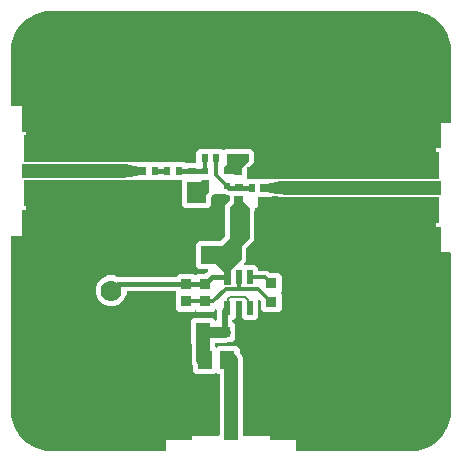
<source format=gbr>
G04 EAGLE Gerber RS-274X export*
G75*
%MOMM*%
%FSLAX34Y34*%
%LPD*%
%INTop Copper*%
%IPPOS*%
%AMOC8*
5,1,8,0,0,1.08239X$1,22.5*%
G01*
%ADD10R,0.600000X0.700000*%
%ADD11R,0.700000X0.600000*%
%ADD12R,0.550000X0.800000*%
%ADD13R,0.550000X0.600000*%
%ADD14R,5.080000X1.143000*%
%ADD15R,5.080000X2.286000*%
%ADD16R,0.950000X0.950000*%
%ADD17R,1.300000X1.500000*%
%ADD18R,0.550000X1.200000*%
%ADD19R,1.143000X5.080000*%
%ADD20R,2.286000X5.080000*%
%ADD21C,5.842000*%
%ADD22C,1.778000*%
%ADD23C,0.706400*%
%ADD24C,0.406400*%
%ADD25C,0.304800*%
%ADD26C,1.143000*%
%ADD27C,0.152400*%
%ADD28C,0.203200*%
%ADD29C,0.508000*%
%ADD30C,0.965200*%

G36*
X229095Y234366D02*
X229095Y234366D01*
X229108Y234364D01*
X229698Y234457D01*
X229721Y234472D01*
X229772Y234498D01*
X229835Y234567D01*
X230654Y234610D01*
X230660Y234613D01*
X230667Y234612D01*
X231477Y234740D01*
X231553Y234686D01*
X231579Y234679D01*
X231633Y234662D01*
X232521Y234708D01*
X232526Y234711D01*
X232604Y234745D01*
X232619Y234760D01*
X233503Y234760D01*
X233506Y234762D01*
X233509Y234760D01*
X234392Y234807D01*
X234407Y234793D01*
X234408Y234793D01*
X234413Y234791D01*
X234492Y234760D01*
X366141Y234760D01*
X366143Y234761D01*
X366145Y234760D01*
X366188Y234780D01*
X366232Y234799D01*
X366232Y234801D01*
X366234Y234802D01*
X366267Y234886D01*
X366267Y257112D01*
X366266Y257114D01*
X366267Y257116D01*
X366247Y257159D01*
X366229Y257202D01*
X366227Y257203D01*
X366226Y257205D01*
X366141Y257238D01*
X364235Y257238D01*
X364235Y279496D01*
X366616Y281877D01*
X375920Y281877D01*
X375978Y281885D01*
X376036Y281884D01*
X376118Y281905D01*
X376202Y281917D01*
X376255Y281941D01*
X376311Y281956D01*
X376384Y281999D01*
X376461Y282033D01*
X376506Y282071D01*
X376556Y282101D01*
X376614Y282163D01*
X376678Y282217D01*
X376710Y282266D01*
X376750Y282308D01*
X376789Y282383D01*
X376836Y282454D01*
X376853Y282509D01*
X376880Y282561D01*
X376891Y282629D01*
X376921Y282725D01*
X376924Y282824D01*
X376935Y282892D01*
X376935Y342900D01*
X376930Y342937D01*
X376933Y342966D01*
X376651Y347276D01*
X376643Y347313D01*
X376644Y347336D01*
X376624Y347410D01*
X376618Y347473D01*
X374387Y355799D01*
X374306Y355991D01*
X374286Y356044D01*
X369976Y363509D01*
X369847Y363673D01*
X369814Y363719D01*
X363719Y369814D01*
X363553Y369940D01*
X363509Y369976D01*
X356044Y374286D01*
X355851Y374364D01*
X355799Y374387D01*
X347473Y376618D01*
X347351Y376633D01*
X347276Y376651D01*
X342966Y376933D01*
X342930Y376930D01*
X342900Y376935D01*
X38100Y376935D01*
X38063Y376930D01*
X38034Y376933D01*
X33724Y376651D01*
X33604Y376625D01*
X33527Y376618D01*
X25201Y374387D01*
X25009Y374306D01*
X24956Y374286D01*
X17491Y369976D01*
X17327Y369847D01*
X17281Y369814D01*
X11186Y363719D01*
X11060Y363553D01*
X11024Y363509D01*
X6714Y356044D01*
X6636Y355851D01*
X6613Y355799D01*
X4382Y347473D01*
X4376Y347427D01*
X4364Y347387D01*
X4362Y347331D01*
X4349Y347276D01*
X4067Y342966D01*
X4070Y342930D01*
X4065Y342900D01*
X4065Y297180D01*
X4073Y297122D01*
X4071Y297064D01*
X4093Y296982D01*
X4105Y296898D01*
X4128Y296845D01*
X4143Y296789D01*
X4186Y296716D01*
X4221Y296639D01*
X4259Y296594D01*
X4288Y296544D01*
X4350Y296486D01*
X4404Y296422D01*
X4453Y296390D01*
X4496Y296350D01*
X4571Y296311D01*
X4641Y296264D01*
X4697Y296247D01*
X4749Y296220D01*
X4817Y296209D01*
X4912Y296179D01*
X5012Y296176D01*
X5080Y296165D01*
X14384Y296165D01*
X16765Y293784D01*
X16765Y271525D01*
X14859Y271525D01*
X14857Y271524D01*
X14855Y271525D01*
X14812Y271505D01*
X14768Y271487D01*
X14768Y271485D01*
X14766Y271484D01*
X14733Y271399D01*
X14733Y249174D01*
X14734Y249172D01*
X14733Y249170D01*
X14753Y249127D01*
X14771Y249083D01*
X14773Y249083D01*
X14774Y249081D01*
X14859Y249048D01*
X98883Y249048D01*
X98888Y249050D01*
X98967Y249080D01*
X98983Y249094D01*
X99866Y249048D01*
X99869Y249049D01*
X99872Y249048D01*
X100756Y249048D01*
X100771Y249033D01*
X100777Y249030D01*
X100854Y248996D01*
X101742Y248949D01*
X101754Y248954D01*
X101755Y248954D01*
X101758Y248955D01*
X101767Y248958D01*
X101822Y248973D01*
X101898Y249028D01*
X102708Y248899D01*
X102714Y248901D01*
X102721Y248898D01*
X103540Y248855D01*
X103603Y248785D01*
X103627Y248774D01*
X103677Y248745D01*
X103746Y248734D01*
X103757Y248737D01*
X103770Y248733D01*
X112644Y249010D01*
X113219Y248887D01*
X113354Y248878D01*
X113431Y248865D01*
X130347Y248865D01*
X130411Y248827D01*
X130478Y248777D01*
X130533Y248756D01*
X130583Y248726D01*
X130665Y248705D01*
X130744Y248675D01*
X130802Y248671D01*
X130859Y248656D01*
X130943Y248659D01*
X131027Y248652D01*
X131084Y248663D01*
X131143Y248665D01*
X131223Y248691D01*
X131306Y248708D01*
X131358Y248735D01*
X131413Y248753D01*
X131469Y248793D01*
X131558Y248839D01*
X131585Y248865D01*
X150971Y248865D01*
X151411Y248425D01*
X151481Y248372D01*
X151545Y248312D01*
X151594Y248287D01*
X151639Y248254D01*
X151720Y248223D01*
X151798Y248183D01*
X151846Y248175D01*
X151904Y248152D01*
X152052Y248140D01*
X152129Y248127D01*
X159958Y248127D01*
X160015Y248135D01*
X160074Y248134D01*
X160155Y248155D01*
X160239Y248167D01*
X160292Y248191D01*
X160349Y248206D01*
X160421Y248249D01*
X160498Y248283D01*
X160543Y248321D01*
X160593Y248351D01*
X160651Y248413D01*
X160715Y248467D01*
X160748Y248516D01*
X160788Y248558D01*
X160826Y248633D01*
X160873Y248704D01*
X160891Y248759D01*
X160917Y248811D01*
X160929Y248879D01*
X160959Y248975D01*
X160961Y249074D01*
X160973Y249142D01*
X160973Y257596D01*
X163354Y259977D01*
X182721Y259977D01*
X183504Y259194D01*
X183551Y259159D01*
X183591Y259117D01*
X183664Y259074D01*
X183732Y259023D01*
X183786Y259002D01*
X183837Y258973D01*
X183918Y258952D01*
X183997Y258922D01*
X184056Y258917D01*
X184112Y258903D01*
X184196Y258905D01*
X184280Y258898D01*
X184338Y258910D01*
X184396Y258912D01*
X184477Y258938D01*
X184559Y258954D01*
X184611Y258981D01*
X184667Y258999D01*
X184723Y259039D01*
X184812Y259085D01*
X184884Y259154D01*
X184940Y259194D01*
X185208Y259462D01*
X206968Y259462D01*
X209424Y257006D01*
X209424Y247692D01*
X204133Y242401D01*
X204081Y242331D01*
X204021Y242267D01*
X203995Y242218D01*
X203962Y242174D01*
X203931Y242092D01*
X203891Y242014D01*
X203883Y241967D01*
X203861Y241908D01*
X203853Y241811D01*
X203850Y241801D01*
X203849Y241760D01*
X203836Y241683D01*
X203836Y235592D01*
X203844Y235535D01*
X203842Y235476D01*
X203864Y235395D01*
X203876Y235311D01*
X203899Y235258D01*
X203914Y235201D01*
X203957Y235129D01*
X203992Y235052D01*
X204030Y235007D01*
X204059Y234957D01*
X204121Y234899D01*
X204175Y234835D01*
X204224Y234802D01*
X204267Y234762D01*
X204342Y234724D01*
X204412Y234677D01*
X204468Y234659D01*
X204520Y234633D01*
X204588Y234621D01*
X204683Y234591D01*
X204783Y234589D01*
X204851Y234577D01*
X219944Y234577D01*
X220078Y234596D01*
X220156Y234600D01*
X220326Y234636D01*
X229084Y234362D01*
X229095Y234366D01*
G37*
G36*
X342937Y4070D02*
X342937Y4070D01*
X342966Y4067D01*
X347276Y4349D01*
X347396Y4375D01*
X347473Y4382D01*
X355799Y6613D01*
X355991Y6694D01*
X356044Y6714D01*
X363509Y11024D01*
X363673Y11153D01*
X363719Y11186D01*
X369814Y17281D01*
X369940Y17447D01*
X369976Y17491D01*
X374286Y24956D01*
X374364Y25149D01*
X374387Y25201D01*
X376618Y33527D01*
X376633Y33649D01*
X376651Y33724D01*
X376933Y38034D01*
X376930Y38070D01*
X376935Y38100D01*
X376935Y171133D01*
X376927Y171190D01*
X376929Y171249D01*
X376907Y171330D01*
X376895Y171414D01*
X376872Y171467D01*
X376857Y171524D01*
X376814Y171596D01*
X376779Y171673D01*
X376741Y171718D01*
X376712Y171768D01*
X376650Y171826D01*
X376596Y171890D01*
X376547Y171923D01*
X376504Y171963D01*
X376429Y172001D01*
X376359Y172048D01*
X376303Y172066D01*
X376251Y172092D01*
X376183Y172104D01*
X376088Y172134D01*
X375988Y172136D01*
X375920Y172148D01*
X366616Y172148D01*
X364235Y174529D01*
X364235Y196787D01*
X366141Y196787D01*
X366143Y196788D01*
X366145Y196787D01*
X366188Y196807D01*
X366232Y196826D01*
X366232Y196828D01*
X366234Y196829D01*
X366267Y196913D01*
X366267Y219139D01*
X366267Y219140D01*
X366267Y219142D01*
X366267Y219143D01*
X366247Y219186D01*
X366229Y219229D01*
X366227Y219230D01*
X366226Y219232D01*
X366141Y219265D01*
X234492Y219265D01*
X234487Y219263D01*
X234408Y219232D01*
X234392Y219218D01*
X233509Y219265D01*
X233507Y219264D01*
X233505Y219264D01*
X233503Y219265D01*
X232619Y219265D01*
X232604Y219280D01*
X232598Y219282D01*
X232521Y219317D01*
X231633Y219363D01*
X231608Y219354D01*
X231553Y219339D01*
X231477Y219285D01*
X230667Y219413D01*
X230661Y219412D01*
X230654Y219415D01*
X229835Y219458D01*
X229772Y219527D01*
X229748Y219539D01*
X229698Y219568D01*
X229108Y219661D01*
X229096Y219659D01*
X229084Y219663D01*
X220326Y219389D01*
X220156Y219425D01*
X220021Y219435D01*
X219944Y219448D01*
X214566Y219448D01*
X214509Y219440D01*
X214450Y219441D01*
X214369Y219420D01*
X214285Y219408D01*
X214232Y219384D01*
X214175Y219369D01*
X214103Y219326D01*
X214026Y219292D01*
X213981Y219254D01*
X213931Y219224D01*
X213873Y219162D01*
X213809Y219108D01*
X213776Y219059D01*
X213736Y219017D01*
X213698Y218942D01*
X213651Y218871D01*
X213633Y218816D01*
X213607Y218764D01*
X213595Y218696D01*
X213565Y218600D01*
X213563Y218501D01*
X213551Y218433D01*
X213551Y211613D01*
X212700Y209559D01*
X211128Y207987D01*
X210812Y207856D01*
X210811Y207855D01*
X210810Y207855D01*
X210691Y207785D01*
X210568Y207712D01*
X210567Y207711D01*
X210565Y207710D01*
X210468Y207606D01*
X210372Y207505D01*
X210372Y207504D01*
X210371Y207503D01*
X210306Y207377D01*
X210242Y207252D01*
X210242Y207251D01*
X210241Y207249D01*
X210239Y207234D01*
X210187Y206973D01*
X210190Y206943D01*
X210186Y206918D01*
X210186Y182922D01*
X203625Y176361D01*
X203605Y176334D01*
X203585Y176317D01*
X203555Y176273D01*
X203513Y176227D01*
X203487Y176178D01*
X203454Y176134D01*
X203443Y176104D01*
X203427Y176081D01*
X203411Y176028D01*
X203383Y175974D01*
X203375Y175927D01*
X203353Y175868D01*
X203350Y175837D01*
X203342Y175810D01*
X203339Y175711D01*
X203328Y175643D01*
X203328Y164634D01*
X201604Y162910D01*
X201587Y162887D01*
X201564Y162868D01*
X201502Y162774D01*
X201433Y162683D01*
X201423Y162656D01*
X201407Y162631D01*
X201373Y162523D01*
X201332Y162418D01*
X201330Y162388D01*
X201321Y162360D01*
X201318Y162247D01*
X201309Y162134D01*
X201314Y162106D01*
X201314Y162076D01*
X201342Y161967D01*
X201365Y161855D01*
X201378Y161829D01*
X201386Y161801D01*
X201443Y161704D01*
X201496Y161603D01*
X201516Y161582D01*
X201531Y161557D01*
X201613Y161479D01*
X201691Y161397D01*
X201717Y161382D01*
X201738Y161362D01*
X201839Y161311D01*
X201937Y161253D01*
X201965Y161246D01*
X201991Y161233D01*
X202069Y161220D01*
X202212Y161183D01*
X202275Y161185D01*
X202322Y161177D01*
X210784Y161177D01*
X213165Y158796D01*
X213165Y157716D01*
X213173Y157659D01*
X213171Y157600D01*
X213193Y157519D01*
X213205Y157435D01*
X213228Y157382D01*
X213243Y157325D01*
X213286Y157253D01*
X213321Y157176D01*
X213359Y157131D01*
X213388Y157081D01*
X213450Y157023D01*
X213504Y156959D01*
X213553Y156926D01*
X213596Y156886D01*
X213671Y156848D01*
X213741Y156801D01*
X213797Y156783D01*
X213849Y156757D01*
X213917Y156745D01*
X214012Y156715D01*
X214112Y156713D01*
X214180Y156701D01*
X220574Y156701D01*
X222628Y155850D01*
X223317Y155162D01*
X223386Y155110D01*
X223450Y155050D01*
X223500Y155024D01*
X223544Y154991D01*
X223625Y154960D01*
X223703Y154920D01*
X223751Y154912D01*
X223809Y154890D01*
X223957Y154878D01*
X224034Y154865D01*
X230959Y154865D01*
X233340Y152484D01*
X233340Y139616D01*
X232554Y138830D01*
X232519Y138784D01*
X232476Y138743D01*
X232434Y138671D01*
X232383Y138603D01*
X232362Y138549D01*
X232333Y138498D01*
X232312Y138416D01*
X232282Y138338D01*
X232277Y138279D01*
X232262Y138223D01*
X232265Y138138D01*
X232258Y138054D01*
X232270Y137997D01*
X232271Y137938D01*
X232297Y137858D01*
X232314Y137775D01*
X232341Y137724D01*
X232359Y137668D01*
X232399Y137612D01*
X232445Y137523D01*
X232503Y137462D01*
X232515Y137442D01*
X232530Y137427D01*
X232554Y137395D01*
X233340Y136609D01*
X233340Y123741D01*
X230959Y121360D01*
X218091Y121360D01*
X215710Y123741D01*
X215710Y130666D01*
X215698Y130752D01*
X215695Y130840D01*
X215678Y130892D01*
X215670Y130947D01*
X215635Y131027D01*
X215608Y131110D01*
X215580Y131149D01*
X215554Y131206D01*
X215458Y131320D01*
X215413Y131383D01*
X214898Y131898D01*
X214874Y131916D01*
X214855Y131939D01*
X214761Y132001D01*
X214671Y132069D01*
X214643Y132080D01*
X214619Y132096D01*
X214511Y132130D01*
X214405Y132171D01*
X214376Y132173D01*
X214348Y132182D01*
X214235Y132185D01*
X214122Y132194D01*
X214093Y132188D01*
X214064Y132189D01*
X213954Y132161D01*
X213843Y132138D01*
X213817Y132125D01*
X213789Y132117D01*
X213691Y132060D01*
X213591Y132007D01*
X213569Y131987D01*
X213544Y131972D01*
X213467Y131889D01*
X213385Y131812D01*
X213370Y131786D01*
X213350Y131765D01*
X213298Y131664D01*
X213241Y131566D01*
X213234Y131538D01*
X213220Y131512D01*
X213207Y131434D01*
X213171Y131291D01*
X213173Y131228D01*
X213165Y131181D01*
X213165Y117429D01*
X210784Y115048D01*
X201916Y115048D01*
X199535Y117429D01*
X199535Y128065D01*
X199527Y128122D01*
X199529Y128181D01*
X199507Y128262D01*
X199495Y128346D01*
X199472Y128399D01*
X199457Y128456D01*
X199414Y128528D01*
X199379Y128605D01*
X199341Y128650D01*
X199312Y128700D01*
X199250Y128758D01*
X199196Y128822D01*
X199147Y128855D01*
X199104Y128895D01*
X199029Y128933D01*
X198959Y128980D01*
X198903Y128998D01*
X198851Y129024D01*
X198783Y129036D01*
X198688Y129066D01*
X198588Y129068D01*
X198520Y129080D01*
X195180Y129080D01*
X195122Y129072D01*
X195064Y129073D01*
X194982Y129052D01*
X194898Y129040D01*
X194845Y129016D01*
X194789Y129001D01*
X194716Y128958D01*
X194639Y128924D01*
X194594Y128886D01*
X194544Y128856D01*
X194486Y128794D01*
X194422Y128740D01*
X194390Y128691D01*
X194350Y128649D01*
X194311Y128574D01*
X194264Y128503D01*
X194247Y128448D01*
X194220Y128396D01*
X194209Y128328D01*
X194179Y128232D01*
X194176Y128133D01*
X194165Y128065D01*
X194165Y117429D01*
X191740Y115004D01*
X191687Y114934D01*
X191627Y114870D01*
X191602Y114821D01*
X191569Y114777D01*
X191538Y114695D01*
X191498Y114617D01*
X191490Y114569D01*
X191467Y114511D01*
X191455Y114363D01*
X191442Y114286D01*
X191442Y113839D01*
X191454Y113753D01*
X191457Y113665D01*
X191474Y113612D01*
X191482Y113558D01*
X191518Y113478D01*
X191545Y113395D01*
X191573Y113355D01*
X191598Y113298D01*
X191694Y113185D01*
X191740Y113121D01*
X193652Y111209D01*
X193652Y106929D01*
X193657Y106898D01*
X193654Y106867D01*
X193672Y106791D01*
X193692Y106647D01*
X193718Y106589D01*
X193728Y106546D01*
X193728Y103005D01*
X193722Y102980D01*
X193708Y102952D01*
X193695Y102875D01*
X193659Y102734D01*
X193660Y102670D01*
X193652Y102621D01*
X193652Y98341D01*
X191271Y95960D01*
X186991Y95960D01*
X186961Y95956D01*
X186930Y95958D01*
X186853Y95941D01*
X186710Y95920D01*
X186651Y95894D01*
X186608Y95884D01*
X177941Y95884D01*
X177854Y95872D01*
X177767Y95869D01*
X177714Y95852D01*
X177659Y95844D01*
X177579Y95809D01*
X177496Y95782D01*
X177457Y95754D01*
X177400Y95728D01*
X177287Y95632D01*
X177223Y95587D01*
X176740Y95104D01*
X176687Y95034D01*
X176627Y94970D01*
X176602Y94921D01*
X176569Y94876D01*
X176538Y94795D01*
X176498Y94717D01*
X176490Y94669D01*
X176467Y94611D01*
X176455Y94463D01*
X176442Y94386D01*
X176442Y92989D01*
X176454Y92903D01*
X176457Y92815D01*
X176474Y92763D01*
X176482Y92708D01*
X176518Y92628D01*
X176545Y92545D01*
X176573Y92505D01*
X176598Y92448D01*
X176694Y92335D01*
X176740Y92271D01*
X177082Y91929D01*
X177129Y91894D01*
X177169Y91851D01*
X177242Y91809D01*
X177309Y91758D01*
X177364Y91737D01*
X177414Y91707D01*
X177496Y91687D01*
X177575Y91657D01*
X177633Y91652D01*
X177690Y91637D01*
X177774Y91640D01*
X177858Y91633D01*
X177916Y91645D01*
X177974Y91646D01*
X178054Y91672D01*
X178137Y91689D01*
X178189Y91716D01*
X178245Y91734D01*
X178301Y91774D01*
X178389Y91820D01*
X178462Y91889D01*
X178518Y91929D01*
X179116Y92527D01*
X195484Y92527D01*
X197865Y90146D01*
X197865Y87849D01*
X197877Y87762D01*
X197880Y87675D01*
X197897Y87622D01*
X197905Y87567D01*
X197940Y87488D01*
X197967Y87404D01*
X197995Y87365D01*
X198021Y87308D01*
X198117Y87195D01*
X198162Y87131D01*
X198791Y86502D01*
X200280Y82908D01*
X200280Y17780D01*
X200288Y17722D01*
X200286Y17664D01*
X200308Y17582D01*
X200320Y17498D01*
X200343Y17445D01*
X200358Y17389D01*
X200401Y17316D01*
X200436Y17239D01*
X200474Y17194D01*
X200503Y17144D01*
X200565Y17086D01*
X200619Y17022D01*
X200668Y16990D01*
X200711Y16950D01*
X200786Y16911D01*
X200856Y16864D01*
X200912Y16847D01*
X200964Y16820D01*
X201032Y16809D01*
X201127Y16779D01*
X201227Y16776D01*
X201295Y16765D01*
X242984Y16765D01*
X245365Y14384D01*
X245365Y5080D01*
X245373Y5022D01*
X245371Y4964D01*
X245393Y4882D01*
X245405Y4798D01*
X245428Y4745D01*
X245443Y4689D01*
X245486Y4616D01*
X245521Y4539D01*
X245559Y4494D01*
X245588Y4444D01*
X245650Y4386D01*
X245704Y4322D01*
X245753Y4290D01*
X245796Y4250D01*
X245871Y4211D01*
X245941Y4164D01*
X245997Y4147D01*
X246049Y4120D01*
X246117Y4109D01*
X246212Y4079D01*
X246312Y4076D01*
X246380Y4065D01*
X342900Y4065D01*
X342937Y4070D01*
G37*
G36*
X134678Y4073D02*
X134678Y4073D01*
X134736Y4071D01*
X134818Y4093D01*
X134902Y4105D01*
X134955Y4128D01*
X135011Y4143D01*
X135084Y4186D01*
X135161Y4221D01*
X135206Y4259D01*
X135256Y4288D01*
X135314Y4350D01*
X135378Y4404D01*
X135410Y4453D01*
X135450Y4496D01*
X135489Y4571D01*
X135536Y4641D01*
X135553Y4697D01*
X135580Y4749D01*
X135591Y4817D01*
X135621Y4912D01*
X135624Y5012D01*
X135635Y5080D01*
X135635Y14384D01*
X138016Y16765D01*
X179705Y16765D01*
X179763Y16773D01*
X179821Y16771D01*
X179903Y16793D01*
X179987Y16805D01*
X180040Y16828D01*
X180096Y16843D01*
X180169Y16886D01*
X180246Y16921D01*
X180291Y16959D01*
X180341Y16988D01*
X180399Y17050D01*
X180463Y17104D01*
X180495Y17153D01*
X180535Y17196D01*
X180574Y17271D01*
X180621Y17341D01*
X180638Y17397D01*
X180665Y17449D01*
X180676Y17517D01*
X180706Y17612D01*
X180709Y17712D01*
X180720Y17780D01*
X180720Y68383D01*
X180712Y68440D01*
X180714Y68499D01*
X180692Y68580D01*
X180680Y68664D01*
X180657Y68717D01*
X180642Y68774D01*
X180599Y68846D01*
X180564Y68923D01*
X180526Y68968D01*
X180497Y69018D01*
X180435Y69076D01*
X180381Y69140D01*
X180332Y69173D01*
X180289Y69213D01*
X180214Y69251D01*
X180144Y69298D01*
X180088Y69316D01*
X180036Y69342D01*
X179968Y69354D01*
X179873Y69384D01*
X179773Y69386D01*
X179705Y69398D01*
X179116Y69398D01*
X178518Y69996D01*
X178471Y70031D01*
X178431Y70074D01*
X178358Y70116D01*
X178291Y70167D01*
X178236Y70188D01*
X178186Y70217D01*
X178104Y70238D01*
X178025Y70268D01*
X177967Y70273D01*
X177910Y70288D01*
X177826Y70285D01*
X177742Y70292D01*
X177684Y70280D01*
X177626Y70279D01*
X177546Y70253D01*
X177463Y70236D01*
X177411Y70209D01*
X177355Y70191D01*
X177299Y70151D01*
X177211Y70105D01*
X177138Y70036D01*
X177082Y69996D01*
X176484Y69398D01*
X160116Y69398D01*
X157735Y71779D01*
X157735Y76757D01*
X157731Y76788D01*
X157733Y76819D01*
X157716Y76895D01*
X157695Y77039D01*
X157669Y77097D01*
X157658Y77146D01*
X156883Y79017D01*
X156883Y94386D01*
X156871Y94472D01*
X156868Y94560D01*
X156851Y94612D01*
X156843Y94667D01*
X156807Y94747D01*
X156780Y94830D01*
X156752Y94870D01*
X156727Y94927D01*
X156640Y95030D01*
X156623Y95058D01*
X156609Y95071D01*
X156585Y95104D01*
X156098Y95591D01*
X156098Y113959D01*
X158479Y116340D01*
X174846Y116340D01*
X176500Y114686D01*
X176523Y114669D01*
X176542Y114646D01*
X176636Y114583D01*
X176727Y114515D01*
X176754Y114505D01*
X176779Y114489D01*
X176887Y114454D01*
X176992Y114414D01*
X177022Y114412D01*
X177050Y114403D01*
X177163Y114400D01*
X177276Y114391D01*
X177304Y114396D01*
X177334Y114396D01*
X177443Y114424D01*
X177555Y114446D01*
X177581Y114460D01*
X177609Y114467D01*
X177706Y114525D01*
X177807Y114577D01*
X177828Y114598D01*
X177853Y114613D01*
X177931Y114695D01*
X178013Y114773D01*
X178028Y114799D01*
X178048Y114820D01*
X178099Y114921D01*
X178157Y115019D01*
X178164Y115047D01*
X178177Y115073D01*
X178190Y115150D01*
X178227Y115294D01*
X178225Y115357D01*
X178233Y115404D01*
X178233Y123121D01*
X178229Y123150D01*
X178231Y123179D01*
X178209Y123290D01*
X178193Y123402D01*
X178181Y123429D01*
X178175Y123458D01*
X178123Y123559D01*
X178077Y123662D01*
X178058Y123684D01*
X178044Y123710D01*
X177966Y123792D01*
X177893Y123879D01*
X177869Y123895D01*
X177848Y123916D01*
X177751Y123973D01*
X177656Y124036D01*
X177628Y124045D01*
X177603Y124060D01*
X177494Y124088D01*
X177385Y124122D01*
X177356Y124123D01*
X177328Y124130D01*
X177215Y124127D01*
X177101Y124129D01*
X177073Y124122D01*
X177043Y124121D01*
X176936Y124086D01*
X176826Y124058D01*
X176801Y124043D01*
X176773Y124034D01*
X176709Y123988D01*
X176582Y123912D01*
X176539Y123867D01*
X176500Y123839D01*
X174709Y122048D01*
X161841Y122048D01*
X161055Y122834D01*
X161009Y122869D01*
X160968Y122911D01*
X160896Y122954D01*
X160828Y123005D01*
X160774Y123025D01*
X160723Y123055D01*
X160641Y123076D01*
X160563Y123106D01*
X160504Y123111D01*
X160448Y123125D01*
X160363Y123122D01*
X160279Y123129D01*
X160222Y123118D01*
X160163Y123116D01*
X160083Y123090D01*
X160000Y123074D01*
X159949Y123047D01*
X159893Y123029D01*
X159837Y122988D01*
X159748Y122943D01*
X159676Y122874D01*
X159620Y122834D01*
X158834Y122048D01*
X145966Y122048D01*
X143585Y124429D01*
X143585Y137296D01*
X143684Y137395D01*
X143719Y137441D01*
X143761Y137482D01*
X143804Y137554D01*
X143855Y137622D01*
X143875Y137676D01*
X143905Y137727D01*
X143926Y137808D01*
X143956Y137887D01*
X143961Y137946D01*
X143975Y138002D01*
X143972Y138087D01*
X143979Y138171D01*
X143968Y138228D01*
X143966Y138286D01*
X143940Y138367D01*
X143924Y138449D01*
X143897Y138501D01*
X143879Y138557D01*
X143838Y138613D01*
X143793Y138702D01*
X143724Y138774D01*
X143684Y138830D01*
X143546Y138968D01*
X143476Y139021D01*
X143412Y139081D01*
X143363Y139106D01*
X143319Y139139D01*
X143237Y139170D01*
X143159Y139210D01*
X143111Y139218D01*
X143053Y139240D01*
X142905Y139253D01*
X142828Y139266D01*
X102870Y139266D01*
X102812Y139258D01*
X102754Y139259D01*
X102672Y139238D01*
X102588Y139226D01*
X102535Y139202D01*
X102479Y139187D01*
X102406Y139144D01*
X102329Y139110D01*
X102284Y139072D01*
X102234Y139042D01*
X102176Y138980D01*
X102112Y138926D01*
X102080Y138877D01*
X102040Y138835D01*
X102001Y138760D01*
X101954Y138689D01*
X101937Y138634D01*
X101910Y138582D01*
X101899Y138514D01*
X101869Y138418D01*
X101866Y138319D01*
X101855Y138251D01*
X101855Y137123D01*
X99882Y132362D01*
X96238Y128718D01*
X91477Y126745D01*
X86323Y126745D01*
X81562Y128718D01*
X77918Y132362D01*
X75945Y137123D01*
X75945Y142277D01*
X77918Y147038D01*
X81562Y150682D01*
X86323Y152655D01*
X91477Y152655D01*
X94176Y151537D01*
X94206Y151529D01*
X94234Y151515D01*
X94311Y151502D01*
X94452Y151466D01*
X94516Y151467D01*
X94565Y151459D01*
X142828Y151459D01*
X142914Y151471D01*
X143002Y151474D01*
X143055Y151491D01*
X143109Y151499D01*
X143189Y151535D01*
X143272Y151562D01*
X143312Y151590D01*
X143369Y151615D01*
X143482Y151711D01*
X143546Y151757D01*
X145966Y154177D01*
X158834Y154177D01*
X159620Y153391D01*
X159666Y153356D01*
X159707Y153314D01*
X159779Y153271D01*
X159847Y153220D01*
X159901Y153200D01*
X159952Y153170D01*
X160033Y153149D01*
X160112Y153119D01*
X160171Y153114D01*
X160227Y153100D01*
X160312Y153103D01*
X160396Y153096D01*
X160453Y153107D01*
X160512Y153109D01*
X160592Y153135D01*
X160674Y153151D01*
X160726Y153178D01*
X160782Y153196D01*
X160838Y153236D01*
X160927Y153282D01*
X160999Y153351D01*
X161055Y153391D01*
X161841Y154177D01*
X168047Y154177D01*
X168134Y154189D01*
X168221Y154192D01*
X168274Y154209D01*
X168329Y154217D01*
X168408Y154253D01*
X168492Y154280D01*
X168531Y154308D01*
X168588Y154333D01*
X168701Y154429D01*
X168765Y154475D01*
X170672Y156381D01*
X170689Y156405D01*
X170712Y156424D01*
X170774Y156518D01*
X170842Y156608D01*
X170853Y156636D01*
X170869Y156660D01*
X170903Y156768D01*
X170944Y156874D01*
X170946Y156903D01*
X170955Y156931D01*
X170958Y157045D01*
X170967Y157157D01*
X170961Y157186D01*
X170962Y157215D01*
X170934Y157325D01*
X170911Y157436D01*
X170898Y157462D01*
X170890Y157490D01*
X170833Y157588D01*
X170780Y157688D01*
X170760Y157710D01*
X170745Y157735D01*
X170663Y157812D01*
X170585Y157894D01*
X170559Y157909D01*
X170538Y157929D01*
X170437Y157981D01*
X170339Y158038D01*
X170311Y158045D01*
X170285Y158059D01*
X170207Y158072D01*
X170064Y158108D01*
X170001Y158106D01*
X169954Y158114D01*
X163110Y158114D01*
X160654Y160570D01*
X160654Y179028D01*
X163110Y181484D01*
X180723Y181484D01*
X180810Y181496D01*
X180897Y181499D01*
X180950Y181516D01*
X181005Y181524D01*
X181084Y181559D01*
X181168Y181586D01*
X181207Y181614D01*
X181264Y181640D01*
X181377Y181736D01*
X181441Y181781D01*
X184741Y185081D01*
X184757Y185102D01*
X184777Y185119D01*
X184808Y185167D01*
X184853Y185215D01*
X184879Y185264D01*
X184912Y185308D01*
X184924Y185341D01*
X184934Y185356D01*
X184948Y185401D01*
X184983Y185468D01*
X184991Y185515D01*
X185013Y185574D01*
X185017Y185616D01*
X185020Y185627D01*
X185021Y185671D01*
X185025Y185721D01*
X185038Y185799D01*
X185038Y211540D01*
X188805Y215307D01*
X188857Y215377D01*
X188917Y215441D01*
X188943Y215490D01*
X188976Y215534D01*
X189007Y215616D01*
X189047Y215694D01*
X189055Y215741D01*
X189077Y215800D01*
X189089Y215947D01*
X189102Y216025D01*
X189102Y219901D01*
X189094Y219958D01*
X189096Y220017D01*
X189074Y220098D01*
X189062Y220182D01*
X189039Y220235D01*
X189024Y220292D01*
X188981Y220364D01*
X188946Y220441D01*
X188908Y220486D01*
X188879Y220536D01*
X188817Y220594D01*
X188763Y220658D01*
X188714Y220691D01*
X188671Y220731D01*
X188596Y220769D01*
X188526Y220816D01*
X188470Y220834D01*
X188418Y220860D01*
X188350Y220872D01*
X188255Y220902D01*
X188155Y220904D01*
X188087Y220916D01*
X187275Y220916D01*
X186328Y221308D01*
X186298Y221316D01*
X186270Y221330D01*
X186193Y221343D01*
X186053Y221379D01*
X185988Y221377D01*
X185939Y221385D01*
X182417Y221385D01*
X182382Y221399D01*
X182235Y221411D01*
X182157Y221424D01*
X176210Y221424D01*
X176124Y221412D01*
X176036Y221409D01*
X175984Y221392D01*
X175929Y221384D01*
X175849Y221348D01*
X175766Y221321D01*
X175727Y221293D01*
X175669Y221268D01*
X175556Y221172D01*
X175492Y221126D01*
X173844Y219478D01*
X173791Y219408D01*
X173731Y219344D01*
X173706Y219294D01*
X173673Y219250D01*
X173642Y219169D01*
X173602Y219091D01*
X173594Y219043D01*
X173571Y218985D01*
X173559Y218837D01*
X173546Y218760D01*
X173546Y212322D01*
X171091Y209867D01*
X151172Y209867D01*
X148716Y212322D01*
X148716Y232720D01*
X148708Y232778D01*
X148710Y232836D01*
X148688Y232918D01*
X148676Y233002D01*
X148653Y233055D01*
X148638Y233111D01*
X148595Y233184D01*
X148560Y233261D01*
X148522Y233306D01*
X148493Y233356D01*
X148431Y233414D01*
X148377Y233478D01*
X148328Y233510D01*
X148285Y233550D01*
X148210Y233589D01*
X148140Y233636D01*
X148084Y233653D01*
X148032Y233680D01*
X147964Y233691D01*
X147869Y233721D01*
X147769Y233724D01*
X147701Y233735D01*
X131591Y233735D01*
X131527Y233773D01*
X131459Y233823D01*
X131405Y233844D01*
X131354Y233874D01*
X131273Y233895D01*
X131194Y233925D01*
X131136Y233929D01*
X131079Y233944D01*
X130994Y233941D01*
X130910Y233948D01*
X130853Y233937D01*
X130795Y233935D01*
X130714Y233909D01*
X130632Y233892D01*
X130580Y233865D01*
X130524Y233847D01*
X130468Y233807D01*
X130379Y233761D01*
X130352Y233735D01*
X113431Y233735D01*
X113297Y233716D01*
X113219Y233713D01*
X112644Y233590D01*
X103770Y233867D01*
X103759Y233863D01*
X103746Y233866D01*
X103677Y233855D01*
X103654Y233841D01*
X103603Y233815D01*
X103540Y233745D01*
X102721Y233702D01*
X102715Y233699D01*
X102708Y233701D01*
X101898Y233572D01*
X101822Y233627D01*
X101796Y233633D01*
X101742Y233651D01*
X100854Y233604D01*
X100849Y233602D01*
X100771Y233567D01*
X100756Y233552D01*
X99872Y233552D01*
X99870Y233551D01*
X99868Y233551D01*
X99866Y233552D01*
X98983Y233506D01*
X98968Y233519D01*
X98967Y233520D01*
X98962Y233522D01*
X98883Y233552D01*
X14859Y233552D01*
X14857Y233551D01*
X14855Y233552D01*
X14812Y233532D01*
X14768Y233514D01*
X14768Y233512D01*
X14766Y233511D01*
X14733Y233426D01*
X14733Y211201D01*
X14734Y211199D01*
X14733Y211197D01*
X14753Y211154D01*
X14771Y211110D01*
X14773Y211110D01*
X14774Y211108D01*
X14859Y211075D01*
X16765Y211075D01*
X16765Y188816D01*
X14384Y186435D01*
X5080Y186435D01*
X5022Y186427D01*
X4964Y186429D01*
X4882Y186407D01*
X4798Y186395D01*
X4745Y186372D01*
X4689Y186357D01*
X4616Y186314D01*
X4539Y186279D01*
X4494Y186241D01*
X4444Y186212D01*
X4386Y186150D01*
X4322Y186096D01*
X4290Y186047D01*
X4250Y186004D01*
X4211Y185929D01*
X4164Y185859D01*
X4147Y185803D01*
X4120Y185751D01*
X4109Y185683D01*
X4079Y185588D01*
X4076Y185488D01*
X4065Y185420D01*
X4065Y38100D01*
X4070Y38063D01*
X4067Y38034D01*
X4349Y33724D01*
X4375Y33604D01*
X4382Y33527D01*
X6613Y25201D01*
X6694Y25009D01*
X6714Y24956D01*
X11024Y17491D01*
X11153Y17327D01*
X11186Y17281D01*
X17281Y11186D01*
X17447Y11060D01*
X17491Y11024D01*
X24956Y6714D01*
X25149Y6636D01*
X25201Y6613D01*
X33527Y4382D01*
X33649Y4367D01*
X33724Y4349D01*
X38034Y4067D01*
X38070Y4070D01*
X38100Y4065D01*
X134620Y4065D01*
X134678Y4073D01*
G37*
G36*
X189994Y144909D02*
X189994Y144909D01*
X189996Y144908D01*
X190039Y144928D01*
X190083Y144946D01*
X190083Y144948D01*
X190085Y144949D01*
X190118Y145034D01*
X190118Y157174D01*
X199225Y166281D01*
X199226Y166282D01*
X199227Y166282D01*
X199227Y166284D01*
X199229Y166285D01*
X199262Y166370D01*
X199262Y177748D01*
X206083Y184569D01*
X206085Y184572D01*
X206087Y184573D01*
X206120Y184658D01*
X206120Y209804D01*
X206120Y209806D01*
X206119Y209807D01*
X206120Y209810D01*
X206083Y209893D01*
X200532Y215444D01*
X200532Y220218D01*
X200531Y220220D01*
X200532Y220222D01*
X200512Y220265D01*
X200494Y220309D01*
X200492Y220309D01*
X200491Y220311D01*
X200406Y220344D01*
X193294Y220344D01*
X193292Y220343D01*
X193290Y220344D01*
X193247Y220324D01*
X193203Y220306D01*
X193203Y220304D01*
X193201Y220303D01*
X193168Y220218D01*
X193168Y213920D01*
X189141Y209893D01*
X189140Y209890D01*
X189137Y209889D01*
X189104Y209804D01*
X189104Y183694D01*
X182828Y177418D01*
X164846Y177418D01*
X164844Y177417D01*
X164842Y177418D01*
X164799Y177398D01*
X164755Y177380D01*
X164755Y177378D01*
X164753Y177377D01*
X164720Y177292D01*
X164720Y162306D01*
X164721Y162304D01*
X164720Y162302D01*
X164740Y162259D01*
X164758Y162215D01*
X164760Y162215D01*
X164761Y162213D01*
X164846Y162180D01*
X178002Y162180D01*
X184532Y155650D01*
X184532Y145034D01*
X184533Y145032D01*
X184532Y145030D01*
X184552Y144987D01*
X184570Y144943D01*
X184572Y144943D01*
X184573Y144941D01*
X184658Y144908D01*
X189992Y144908D01*
X189994Y144909D01*
G37*
G36*
X169357Y213933D02*
X169357Y213933D01*
X169359Y213932D01*
X169402Y213952D01*
X169445Y213971D01*
X169446Y213973D01*
X169448Y213974D01*
X169481Y214059D01*
X169481Y220864D01*
X171285Y222669D01*
X171287Y222672D01*
X171289Y222673D01*
X171322Y222758D01*
X171322Y233363D01*
X171321Y233365D01*
X171322Y233367D01*
X171302Y233410D01*
X171284Y233453D01*
X171282Y233454D01*
X171281Y233456D01*
X171196Y233489D01*
X165862Y233489D01*
X165859Y233487D01*
X165856Y233489D01*
X165773Y233452D01*
X164476Y232155D01*
X152908Y232155D01*
X152906Y232154D01*
X152904Y232155D01*
X152861Y232135D01*
X152817Y232117D01*
X152817Y232115D01*
X152815Y232114D01*
X152782Y232029D01*
X152782Y214059D01*
X152783Y214057D01*
X152782Y214054D01*
X152802Y214011D01*
X152820Y213968D01*
X152822Y213967D01*
X152823Y213965D01*
X152908Y213932D01*
X169355Y213932D01*
X169357Y213933D01*
G37*
G36*
X199646Y237619D02*
X199646Y237619D01*
X199648Y237618D01*
X199691Y237638D01*
X199735Y237656D01*
X199735Y237658D01*
X199737Y237659D01*
X199770Y237744D01*
X199770Y243788D01*
X201543Y245560D01*
X201544Y245563D01*
X201547Y245565D01*
X201575Y245637D01*
X202772Y246834D01*
X202852Y246870D01*
X205321Y249339D01*
X205323Y249342D01*
X205325Y249343D01*
X205358Y249428D01*
X205358Y255270D01*
X205357Y255272D01*
X205358Y255274D01*
X205338Y255317D01*
X205320Y255361D01*
X205318Y255361D01*
X205317Y255363D01*
X205232Y255396D01*
X186944Y255396D01*
X186942Y255395D01*
X186940Y255396D01*
X186897Y255376D01*
X186853Y255358D01*
X186853Y255356D01*
X186851Y255355D01*
X186818Y255270D01*
X186818Y247194D01*
X184315Y244691D01*
X184314Y244688D01*
X184311Y244687D01*
X184278Y244602D01*
X184278Y238506D01*
X184279Y238504D01*
X184278Y238502D01*
X184298Y238459D01*
X184316Y238415D01*
X184318Y238415D01*
X184319Y238413D01*
X184404Y238380D01*
X192734Y238380D01*
X193459Y237655D01*
X193462Y237654D01*
X193463Y237651D01*
X193548Y237618D01*
X199644Y237618D01*
X199646Y237619D01*
G37*
G36*
X99813Y235587D02*
X99813Y235587D01*
X99822Y235586D01*
X102488Y235726D01*
X102496Y235729D01*
X102514Y235729D01*
X105150Y236148D01*
X105154Y236150D01*
X105163Y236151D01*
X112956Y237814D01*
X113008Y237842D01*
X113063Y237865D01*
X113070Y237875D01*
X113080Y237880D01*
X113109Y237932D01*
X113143Y237981D01*
X113146Y237996D01*
X113149Y238003D01*
X113149Y238016D01*
X113156Y238062D01*
X113156Y244539D01*
X113140Y244596D01*
X113128Y244654D01*
X113120Y244663D01*
X113117Y244674D01*
X113072Y244713D01*
X113032Y244757D01*
X113017Y244762D01*
X113012Y244767D01*
X112999Y244769D01*
X112956Y244786D01*
X105163Y246449D01*
X105158Y246449D01*
X105150Y246452D01*
X102514Y246871D01*
X102505Y246870D01*
X102488Y246874D01*
X99822Y247014D01*
X99818Y247013D01*
X99809Y247014D01*
X95758Y247014D01*
X95743Y247010D01*
X95727Y247012D01*
X95676Y246991D01*
X95623Y246975D01*
X95612Y246963D01*
X95598Y246957D01*
X95566Y246911D01*
X95529Y246870D01*
X95527Y246854D01*
X95518Y246841D01*
X95505Y246761D01*
X95505Y235839D01*
X95509Y235824D01*
X95507Y235808D01*
X95528Y235757D01*
X95544Y235704D01*
X95556Y235693D01*
X95562Y235679D01*
X95608Y235647D01*
X95649Y235610D01*
X95665Y235608D01*
X95678Y235599D01*
X95758Y235586D01*
X99809Y235586D01*
X99813Y235587D01*
G37*
G36*
X237632Y221303D02*
X237632Y221303D01*
X237648Y221300D01*
X237699Y221322D01*
X237752Y221337D01*
X237763Y221349D01*
X237777Y221355D01*
X237809Y221401D01*
X237846Y221443D01*
X237848Y221458D01*
X237857Y221471D01*
X237870Y221552D01*
X237870Y232474D01*
X237866Y232489D01*
X237868Y232504D01*
X237847Y232555D01*
X237831Y232609D01*
X237819Y232619D01*
X237813Y232634D01*
X237767Y232665D01*
X237726Y232702D01*
X237710Y232705D01*
X237697Y232714D01*
X237617Y232727D01*
X233566Y232727D01*
X233562Y232725D01*
X233553Y232726D01*
X230888Y232586D01*
X230879Y232583D01*
X230861Y232583D01*
X228225Y232164D01*
X228221Y232162D01*
X228212Y232162D01*
X220419Y230499D01*
X220367Y230471D01*
X220312Y230447D01*
X220305Y230438D01*
X220295Y230432D01*
X220266Y230380D01*
X220232Y230331D01*
X220229Y230316D01*
X220226Y230309D01*
X220226Y230297D01*
X220219Y230251D01*
X220219Y223774D01*
X220235Y223717D01*
X220247Y223658D01*
X220255Y223650D01*
X220258Y223639D01*
X220303Y223599D01*
X220343Y223556D01*
X220358Y223550D01*
X220363Y223545D01*
X220376Y223543D01*
X220419Y223526D01*
X228212Y221863D01*
X228217Y221864D01*
X228225Y221861D01*
X230861Y221442D01*
X230870Y221443D01*
X230888Y221439D01*
X233553Y221299D01*
X233557Y221300D01*
X233566Y221298D01*
X237617Y221298D01*
X237632Y221303D01*
G37*
D10*
X155813Y228600D03*
X145813Y228600D03*
X166450Y217488D03*
X176450Y217488D03*
D11*
X190500Y252175D03*
X190500Y262175D03*
D10*
X196613Y241300D03*
X206613Y241300D03*
D11*
X157163Y241063D03*
X157163Y251063D03*
D10*
X207725Y227013D03*
X217725Y227013D03*
X115650Y241300D03*
X125650Y241300D03*
D11*
X196850Y217250D03*
X196850Y227250D03*
D10*
X136288Y241300D03*
X146288Y241300D03*
D12*
X168550Y229450D03*
D13*
X187050Y228450D03*
X187050Y241450D03*
X168550Y241450D03*
D10*
X155813Y217488D03*
X145813Y217488D03*
X178038Y252413D03*
X168038Y252413D03*
D14*
X38354Y241300D03*
D15*
X38354Y285496D03*
X38354Y197104D03*
D14*
X342646Y227013D03*
D15*
X342646Y182817D03*
X342646Y271209D03*
D16*
X152400Y130863D03*
X152400Y145363D03*
X224525Y130175D03*
X239025Y130175D03*
X224525Y146050D03*
X239025Y146050D03*
X184838Y104775D03*
X199338Y104775D03*
X168275Y145363D03*
X168275Y130863D03*
X194363Y173038D03*
X208863Y173038D03*
D17*
X171425Y169863D03*
X152425Y169863D03*
D10*
X192325Y206375D03*
X182325Y206375D03*
X202963Y206375D03*
X212963Y206375D03*
X202963Y195263D03*
X212963Y195263D03*
D18*
X187350Y125113D03*
X196850Y125113D03*
X206350Y125113D03*
X206350Y151113D03*
X196850Y151113D03*
X187350Y151113D03*
D19*
X190500Y38354D03*
D20*
X146304Y38354D03*
X234696Y38354D03*
D17*
X166663Y104775D03*
X147663Y104775D03*
X187300Y80963D03*
X168300Y80963D03*
D21*
X342900Y38100D03*
X38100Y38100D03*
X342900Y342900D03*
X38100Y342900D03*
D22*
X88900Y139700D03*
X88900Y88900D03*
D10*
X192325Y195263D03*
X182325Y195263D03*
D11*
X201613Y252175D03*
X201613Y262175D03*
D23*
X219075Y214313D03*
X220663Y198438D03*
X249238Y130175D03*
X249238Y138113D03*
X239713Y119063D03*
X249238Y146050D03*
X196850Y114300D03*
X184150Y217488D03*
X174625Y200025D03*
X174625Y192088D03*
X180975Y187325D03*
X174625Y207963D03*
X138113Y230188D03*
X138113Y222250D03*
X214313Y238125D03*
X185738Y269875D03*
X179388Y265113D03*
X147638Y254000D03*
X157163Y258763D03*
X171450Y265113D03*
X163513Y265113D03*
X166688Y206375D03*
X153988Y206375D03*
X146050Y209550D03*
X138113Y214313D03*
X201613Y269875D03*
X209550Y268288D03*
X247650Y122238D03*
X239713Y157163D03*
X247650Y153988D03*
X209550Y109538D03*
X209550Y101600D03*
X217488Y117475D03*
X228600Y117475D03*
X152400Y117475D03*
X144463Y117475D03*
X136525Y117475D03*
X133350Y109538D03*
X133350Y100013D03*
X152400Y92075D03*
X144463Y92075D03*
X136525Y92075D03*
X157163Y182563D03*
X149225Y182563D03*
X141288Y182563D03*
X139700Y174625D03*
X139700Y166688D03*
X139700Y158750D03*
X214313Y182563D03*
X219075Y176213D03*
X219075Y168275D03*
X219075Y160338D03*
X214313Y246063D03*
X214313Y254000D03*
X193675Y269875D03*
X220663Y188913D03*
X19050Y228600D03*
X28575Y228600D03*
X38100Y228600D03*
X47625Y228600D03*
X57150Y228600D03*
X66675Y228600D03*
X76200Y228600D03*
X85725Y228600D03*
X95250Y228600D03*
X104775Y228600D03*
X114300Y228600D03*
X123825Y228600D03*
X19050Y254000D03*
X28575Y254000D03*
X38100Y254000D03*
X47625Y254000D03*
X57150Y254000D03*
X66675Y254000D03*
X76200Y254000D03*
X85725Y254000D03*
X95250Y254000D03*
X104775Y254000D03*
X114300Y254000D03*
X123825Y254000D03*
X133350Y254000D03*
X23813Y261938D03*
X33338Y261938D03*
X42863Y261938D03*
X52388Y261938D03*
X61913Y261938D03*
X71438Y261938D03*
X80963Y261938D03*
X90488Y261938D03*
X100013Y261938D03*
X109538Y261938D03*
X23813Y220663D03*
X33338Y220663D03*
X42863Y220663D03*
X52388Y220663D03*
X61913Y220663D03*
X71438Y220663D03*
X80963Y220663D03*
X90488Y220663D03*
X100013Y220663D03*
X109538Y220663D03*
X271463Y247650D03*
X280988Y247650D03*
X290513Y247650D03*
X300038Y247650D03*
X309563Y247650D03*
X319088Y247650D03*
X328613Y247650D03*
X338138Y247650D03*
X347663Y247650D03*
X357188Y247650D03*
X361950Y265113D03*
X323850Y265113D03*
X323850Y277813D03*
X361950Y277813D03*
X342900Y277813D03*
X342900Y265113D03*
X276225Y239713D03*
X285750Y239713D03*
X295275Y239713D03*
X304800Y239713D03*
X314325Y239713D03*
X323850Y239713D03*
X333375Y239713D03*
X342900Y239713D03*
X352425Y239713D03*
X361950Y239713D03*
X266700Y239713D03*
X257175Y239713D03*
X247650Y239713D03*
X238125Y239713D03*
X228600Y239713D03*
X261938Y247650D03*
X252413Y247650D03*
X242888Y247650D03*
X233363Y247650D03*
X271463Y206375D03*
X280988Y206375D03*
X290513Y206375D03*
X300038Y206375D03*
X309563Y206375D03*
X319088Y206375D03*
X328613Y206375D03*
X338138Y206375D03*
X347663Y206375D03*
X357188Y206375D03*
X276225Y214313D03*
X285750Y214313D03*
X295275Y214313D03*
X304800Y214313D03*
X314325Y214313D03*
X323850Y214313D03*
X333375Y214313D03*
X342900Y214313D03*
X352425Y214313D03*
X361950Y214313D03*
X266700Y214313D03*
X257175Y214313D03*
X247650Y214313D03*
X261938Y206375D03*
X252413Y206375D03*
X238125Y214313D03*
X242888Y206375D03*
X228600Y214313D03*
X233363Y206375D03*
X352425Y265113D03*
X352425Y277813D03*
X333375Y277813D03*
X333375Y265113D03*
X361950Y176213D03*
X323850Y176213D03*
X323850Y188913D03*
X361950Y188913D03*
X342900Y188913D03*
X342900Y176213D03*
X352425Y176213D03*
X352425Y188913D03*
X333375Y188913D03*
X333375Y176213D03*
X57150Y279400D03*
X19050Y279400D03*
X19050Y292100D03*
X57150Y292100D03*
X38100Y292100D03*
X38100Y279400D03*
X47625Y279400D03*
X47625Y292100D03*
X28575Y292100D03*
X28575Y279400D03*
X57150Y190500D03*
X19050Y190500D03*
X19050Y203200D03*
X57150Y203200D03*
X38100Y203200D03*
X38100Y190500D03*
X47625Y190500D03*
X47625Y203200D03*
X28575Y203200D03*
X28575Y190500D03*
X214313Y261938D03*
X152400Y57150D03*
X152400Y19050D03*
X139700Y19050D03*
X139700Y57150D03*
X139700Y38100D03*
X152400Y38100D03*
X152400Y47625D03*
X139700Y47625D03*
X139700Y28575D03*
X152400Y28575D03*
X241300Y57150D03*
X241300Y19050D03*
X228600Y19050D03*
X228600Y57150D03*
X228600Y38100D03*
X241300Y38100D03*
X241300Y47625D03*
X228600Y47625D03*
X228600Y28575D03*
X241300Y28575D03*
X166688Y190500D03*
X166688Y198438D03*
X223838Y206375D03*
X223838Y247650D03*
D24*
X156663Y229450D02*
X155813Y228600D01*
X157163Y241300D02*
X146288Y241300D01*
X157163Y241300D02*
X168550Y241300D01*
X168550Y241450D01*
X157163Y241300D02*
X157163Y241063D01*
D25*
X168550Y241450D02*
X168550Y252413D01*
X168038Y252413D01*
X178038Y252413D02*
X178038Y237463D01*
X187050Y228450D01*
D24*
X196850Y227013D02*
X207725Y227013D01*
X196850Y227013D02*
X188488Y227013D01*
X187050Y228450D01*
X196850Y227250D02*
X196850Y227013D01*
D26*
X95250Y241300D02*
X38354Y241300D01*
D27*
X95250Y241300D02*
X115650Y241300D01*
D24*
X125650Y241300D02*
X136288Y241300D01*
D26*
X236093Y227013D02*
X342646Y227013D01*
D27*
X236093Y227013D02*
X217725Y227013D01*
D25*
X219463Y151113D02*
X206350Y151113D01*
X219463Y151113D02*
X224525Y146050D01*
D28*
X204788Y126675D02*
X206350Y125113D01*
X204788Y126675D02*
X204788Y131763D01*
X189663Y134161D02*
X187877Y132375D01*
X187877Y125640D01*
X187350Y125113D01*
X202390Y134161D02*
X204788Y131763D01*
X202390Y134161D02*
X189663Y134161D01*
D29*
X187350Y125113D02*
X184838Y122600D01*
X184838Y104775D01*
D26*
X166663Y104775D02*
X166663Y80963D01*
X168300Y80963D01*
D30*
X166663Y104775D02*
X184838Y104775D01*
D24*
X152400Y145363D02*
X94563Y145363D01*
X88900Y139700D01*
X152400Y145363D02*
X168275Y145363D01*
X174025Y151113D01*
X187350Y151113D01*
D25*
X168275Y130863D02*
X152400Y130863D01*
X196850Y141288D02*
X196850Y151113D01*
X196850Y141288D02*
X185738Y141288D01*
X175313Y130863D02*
X168275Y130863D01*
X175313Y130863D02*
X185738Y141288D01*
X196850Y141288D02*
X213413Y141288D01*
X224525Y130175D01*
D26*
X190500Y80963D02*
X190500Y38354D01*
X190500Y80963D02*
X187300Y80963D01*
M02*

</source>
